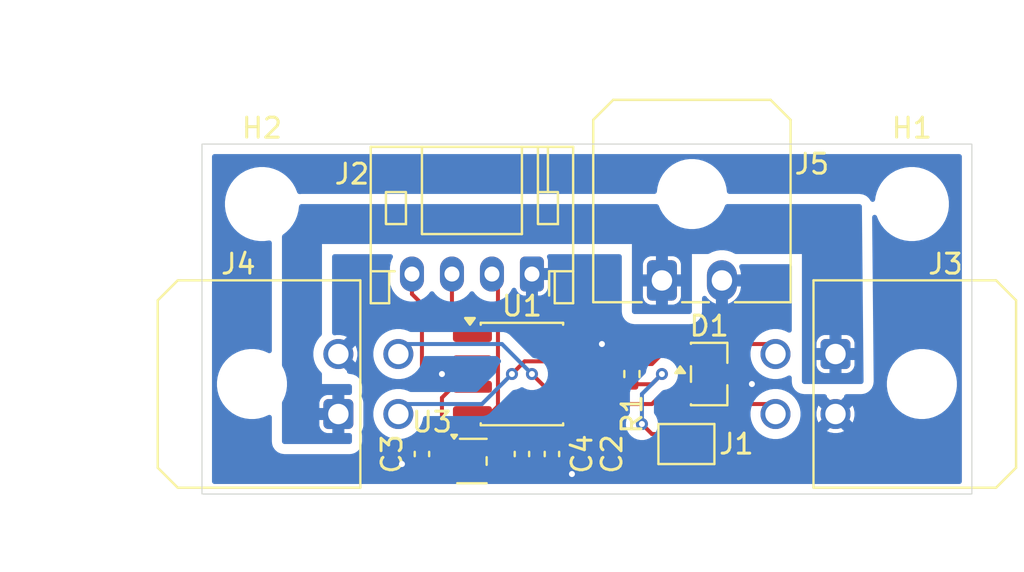
<source format=kicad_pcb>
(kicad_pcb (version 20241229) (generator "pcbnew") (generator_version "9.0")
  (layers (0 "F.Cu" signal) (2 "B.Cu" signal) (13 "F.Paste" user) (15 "B.Paste" user) (5 "F.SilkS" user "F.Silkscreen") (7 "B.SilkS" user "B.Silkscreen") (1 "F.Mask" user) (3 "B.Mask" user) (25 "Edge.Cuts" user))
  (net 0 "")
  (net 1 "GND")
  (net 2 "+5V")
  (net 3 "/CANL")
  (net 4 "/CANH")
  (net 5 "Net-(J1-Pin_1)")
  (net 6 "Net-(J2-Pin_2)")
  (net 7 "+24V")
  (net 8 "+3.3V")
  (net 9 "Net-(J2-Pin_3)")
  (footprint "Capacitor_SMD:C_0402_1005Metric" (layer "F.Cu") (at 145.5 102 -90)
    (property "Reference" "C4" (at 0 -3 270) (layer "F.SilkS"))
    (property "Value" "1uF")
    (fp_line (start -0.107836 0.36) (end 0.107836 0.36) (stroke (width 0.12)) (layer "F.SilkS"))
    (fp_line (start -0.107836 -0.36) (end 0.107836 -0.36) (stroke (width 0.12)) (layer "F.SilkS"))
    (pad "1" smd roundrect (at -0.48 0 270) (size 0.56 0.62) (layers "F.Cu" "F.Mask" "F.Paste") (net 8 "+3.3V"))
    (pad "2" smd roundrect (at 0.48 0 270) (size 0.56 0.62) (layers "F.Cu" "F.Mask" "F.Paste") (net 1 "GND"))
  )
  (footprint "Connector_JST:JST_PH_S4B-PH-K_1x04_P2.00mm_Horizontal" (layer "F.Cu") (at 146 93 180)
    (property "Reference" "J2" (at 9 5 0) (layer "F.SilkS"))
    (property "Value" "Conn_01x04")
    (fp_line (start 8.06 6.36) (end 8.06 -1.46) (stroke (width 0.12)) (layer "F.SilkS"))
    (fp_line (start 8.06 0.14) (end 7.14 0.14) (stroke (width 0.12)) (layer "F.SilkS"))
    (fp_line (start 8.06 -1.46) (end 7.14 -1.46) (stroke (width 0.12)) (layer "F.SilkS"))
    (fp_line (start 7.14 0.14) (end 6.86 0.14) (stroke (width 0.12)) (layer "F.SilkS"))
    (fp_line (start 7.14 -1.46) (end 7.14 0.14) (stroke (width 0.12)) (layer "F.SilkS"))
    (fp_line (start 5.5 2) (end 5.5 6.36) (stroke (width 0.12)) (layer "F.SilkS"))
    (fp_line (start 0.5 6.36) (end 0.5 2) (stroke (width 0.12)) (layer "F.SilkS"))
    (fp_line (start 0.5 2) (end 5.5 2) (stroke (width 0.12)) (layer "F.SilkS"))
    (fp_line (start -0.3 4.1) (end -0.3 6.36) (stroke (width 0.12)) (layer "F.SilkS"))
    (fp_line (start -0.8 4.1) (end -0.8 6.36) (stroke (width 0.12)) (layer "F.SilkS"))
    (fp_line (start -0.86 0.14) (end -0.86 -1.075) (stroke (width 0.12)) (layer "F.SilkS"))
    (fp_line (start -0.86 0.14) (end -1.14 0.14) (stroke (width 0.12)) (layer "F.SilkS"))
    (fp_line (start -1.14 0.14) (end -1.14 -1.46) (stroke (width 0.12)) (layer "F.SilkS"))
    (fp_line (start -1.14 -1.46) (end -2.06 -1.46) (stroke (width 0.12)) (layer "F.SilkS"))
    (fp_line (start -2.06 6.36) (end 8.06 6.36) (stroke (width 0.12)) (layer "F.SilkS"))
    (fp_line (start -2.06 0.14) (end -1.14 0.14) (stroke (width 0.12)) (layer "F.SilkS"))
    (fp_line (start -2.06 -1.46) (end -2.06 6.36) (stroke (width 0.12)) (layer "F.SilkS"))
    (fp_rect (start 6.3 2.5) (end 7.3 4.1) (stroke (width 0.12)) (fill no) (layer "F.SilkS"))
    (fp_rect (start -1.3 2.5) (end -0.3 4.1) (stroke (width 0.12)) (fill no) (layer "F.SilkS"))
    (pad "1" thru_hole roundrect (at 0 0 180) (size 1.2 1.75) (drill 0.75) (layers "*.Cu" "*.Mask") (roundrect_rratio 0.208333) (net 1 "GND"))
    (pad "2" thru_hole oval (at 2 0 180) (size 1.2 1.75) (drill 0.75) (layers "*.Cu" "*.Mask") (net 6 "Net-(J2-Pin_2)"))
    (pad "3" thru_hole oval (at 4 0 180) (size 1.2 1.75) (drill 0.75) (layers "*.Cu" "*.Mask") (net 9 "Net-(J2-Pin_3)"))
    (pad "4" thru_hole oval (at 6 0 180) (size 1.2 1.75) (drill 0.75) (layers "*.Cu" "*.Mask") (net 2 "+5V"))
  )
  (footprint "Jumper:SolderJumper-2_P1.3mm_Open_TrianglePad1.0x1.5mm" (layer "F.Cu") (at 153.725 101.5)
    (property "Reference" "J1" (at 2.5 0 0) (layer "F.SilkS"))
    (property "Value" "Conn_01x02")
    (fp_line (start -1.4 -1) (end 1.4 -1) (stroke (width 0.12)) (layer "F.SilkS"))
    (fp_line (start -1.4 1) (end -1.4 -1) (stroke (width 0.12)) (layer "F.SilkS"))
    (fp_line (start 1.4 -1) (end 1.4 1) (stroke (width 0.12)) (layer "F.SilkS"))
    (fp_line (start 1.4 1) (end -1.4 1) (stroke (width 0.12)) (layer "F.SilkS"))
    (pad "1" smd custom (at -0.725 0) (size 0.3 0.3) (layers "F.Cu" "F.Mask") (net 5 "Net-(J1-Pin_1)") (options (clearance outline) (anchor rect)) (primitives (gr_poly (pts (xy 1 0) (xy 0.5 0.75) (xy -0.5 0.75) (xy -0.5 -0.75) (xy 0.5 -0.75)) (width 0) (fill yes))))
    (pad "2" smd custom (at 0.725 0) (size 0.3 0.3) (layers "F.Cu" "F.Mask") (net 3 "/CANL") (options (clearance outline) (anchor rect)) (primitives (gr_poly (pts (xy 0.5 0.75) (xy -0.65 0.75) (xy -0.15 0) (xy -0.65 -0.75) (xy 0.5 -0.75)) (width 0) (fill yes))))
  )
  (footprint "Package_SO:SOIC-8_3.9x4.9mm_P1.27mm" (layer "F.Cu") (at 145.5 98)
    (property "Reference" "U1" (at 0 -3.4 0) (layer "F.SilkS"))
    (property "Value" "SN65HVD1050D")
    (fp_line (start -2.06 -2.56) (end 2.06 -2.56) (stroke (width 0.12)) (layer "F.SilkS"))
    (fp_line (start -2.06 -2.465) (end -2.06 -2.56) (stroke (width 0.12)) (layer "F.SilkS"))
    (fp_line (start -2.06 2.56) (end -2.06 2.465) (stroke (width 0.12)) (layer "F.SilkS"))
    (fp_line (start 2.06 -2.56) (end 2.06 -2.465) (stroke (width 0.12)) (layer "F.SilkS"))
    (fp_line (start 2.06 2.465) (end 2.06 2.56) (stroke (width 0.12)) (layer "F.SilkS"))
    (fp_line (start 2.06 2.56) (end -2.06 2.56) (stroke (width 0.12)) (layer "F.SilkS"))
    (fp_poly (pts (xy -2.6 -2.47) (xy -2.84 -2.8) (xy -2.36 -2.8)) (stroke (width 0.12)) (fill yes) (layer "F.SilkS"))
    (pad "1" smd roundrect (at -2.475 -1.905) (size 1.95 0.6) (layers "F.Cu" "F.Mask" "F.Paste") (net 9 "Net-(J2-Pin_3)"))
    (pad "2" smd roundrect (at -2.475 -0.635) (size 1.95 0.6) (layers "F.Cu" "F.Mask" "F.Paste") (net 1 "GND"))
    (pad "3" smd roundrect (at -2.475 0.635) (size 1.95 0.6) (layers "F.Cu" "F.Mask" "F.Paste") (net 2 "+5V"))
    (pad "4" smd roundrect (at -2.475 1.905) (size 1.95 0.6) (layers "F.Cu" "F.Mask" "F.Paste") (net 6 "Net-(J2-Pin_2)"))
    (pad "5" smd roundrect (at 2.475 1.905) (size 1.95 0.6) (layers "F.Cu" "F.Mask" "F.Paste"))
    (pad "6" smd roundrect (at 2.475 0.635) (size 1.95 0.6) (layers "F.Cu" "F.Mask" "F.Paste") (net 3 "/CANL"))
    (pad "7" smd roundrect (at 2.475 -0.635) (size 1.95 0.6) (layers "F.Cu" "F.Mask" "F.Paste") (net 4 "/CANH"))
    (pad "8" smd roundrect (at 2.475 -1.905) (size 1.95 0.6) (layers "F.Cu" "F.Mask" "F.Paste") (net 1 "GND"))
  )
  (footprint "MountingHole:MountingHole_3.2mm_M3_ISO7380" (layer "F.Cu") (at 165 89.5)
    (property "Reference" "H1" (at 0 -3.8 0) (layer "F.SilkS"))
    (property "Value" "MountingHole")
    (pad "" np_thru_hole circle (at 0 0) (size 3.2 3.2) (drill 3.2) (layers "*.Cu" "*.Mask"))
  )
  (footprint "MountingHole:MountingHole_3.2mm_M3_ISO7380" (layer "F.Cu") (at 132.5 89.5)
    (property "Reference" "H2" (at 0 -3.8 0) (layer "F.SilkS"))
    (property "Value" "MountingHole")
    (pad "" np_thru_hole circle (at 0 0) (size 3.2 3.2) (drill 3.2) (layers "*.Cu" "*.Mask"))
  )
  (footprint "Package_TO_SOT_SMD:SOT-353_SC-70-5" (layer "F.Cu") (at 143 102.35)
    (property "Reference" "U3" (at -2 -1.95 0) (layer "F.SilkS"))
    (property "Value" "MIC5365-3.3YC5")
    (fp_line (start -0.599252 -1.11) (end 0.735 -1.11) (stroke (width 0.12)) (layer "F.SilkS"))
    (fp_line (start 0.735 -0.19) (end 0.735 0.19) (stroke (width 0.12)) (layer "F.SilkS"))
    (fp_line (start 0.735 1.11) (end -0.735 1.11) (stroke (width 0.12)) (layer "F.SilkS"))
    (fp_poly (pts (xy -0.89 -1.12) (xy -1.03 -1.31) (xy -0.75 -1.31)) (stroke (width 0.12)) (fill yes) (layer "F.SilkS"))
    (pad "1" smd roundrect (at -0.8875 -0.65) (size 1.325 0.4) (layers "F.Cu" "F.Mask" "F.Paste") (net 2 "+5V"))
    (pad "2" smd roundrect (at -0.8875 0) (size 1.325 0.4) (layers "F.Cu" "F.Mask" "F.Paste") (net 1 "GND"))
    (pad "3" smd roundrect (at -0.8875 0.65) (size 1.325 0.4) (layers "F.Cu" "F.Mask" "F.Paste") (net 2 "+5V"))
    (pad "4" smd roundrect (at 0.8875 0.65) (size 1.325 0.4) (layers "F.Cu" "F.Mask" "F.Paste"))
    (pad "5" smd roundrect (at 0.8875 -0.65) (size 1.325 0.4) (layers "F.Cu" "F.Mask" "F.Paste") (net 8 "+3.3V"))
  )
  (footprint "Capacitor_SMD:C_0402_1005Metric" (layer "F.Cu") (at 147 102 -90)
    (property "Reference" "C2" (at 0 -3 90) (layer "F.SilkS"))
    (property "Value" "0.1uF")
    (fp_line (start -0.107836 0.36) (end 0.107836 0.36) (stroke (width 0.12)) (layer "F.SilkS"))
    (fp_line (start -0.107836 -0.36) (end 0.107836 -0.36) (stroke (width 0.12)) (layer "F.SilkS"))
    (pad "1" smd roundrect (at -0.48 0 270) (size 0.56 0.62) (layers "F.Cu" "F.Mask" "F.Paste") (net 8 "+3.3V"))
    (pad "2" smd roundrect (at 0.48 0 270) (size 0.56 0.62) (layers "F.Cu" "F.Mask" "F.Paste") (net 1 "GND"))
  )
  (footprint "Resistor_SMD:R_0402_1005Metric" (layer "F.Cu") (at 151 98 -90)
    (property "Reference" "R1" (at 2 0 270) (layer "F.SilkS"))
    (property "Value" "R")
    (fp_line (start -0.153641 0.38) (end 0.153641 0.38) (stroke (width 0.12)) (layer "F.SilkS"))
    (fp_line (start -0.153641 -0.38) (end 0.153641 -0.38) (stroke (width 0.12)) (layer "F.SilkS"))
    (pad "1" smd roundrect (at -0.51 0 270) (size 0.54 0.64) (layers "F.Cu" "F.Mask" "F.Paste") (net 4 "/CANH"))
    (pad "2" smd roundrect (at 0.51 0 270) (size 0.54 0.64) (layers "F.Cu" "F.Mask" "F.Paste") (net 5 "Net-(J1-Pin_1)"))
  )
  (footprint "Package_TO_SOT_SMD:SOT-23-3" (layer "F.Cu") (at 154.8625 98)
    (property "Reference" "D1" (at 0 -2.4 0) (layer "F.SilkS"))
    (property "Value" "DESD2CAN2SOQ")
    (fp_line (start -0.91 -1.56) (end 0.91 -1.56) (stroke (width 0.12)) (layer "F.SilkS"))
    (fp_line (start -0.91 -1.51) (end -0.91 -1.56) (stroke (width 0.12)) (layer "F.SilkS"))
    (fp_line (start -0.91 0.39) (end -0.91 -0.39) (stroke (width 0.12)) (layer "F.SilkS"))
    (fp_line (start -0.91 1.56) (end -0.91 1.51) (stroke (width 0.12)) (layer "F.SilkS"))
    (fp_line (start 0.91 -1.56) (end 0.91 -0.56) (stroke (width 0.12)) (layer "F.SilkS"))
    (fp_line (start 0.91 0.56) (end 0.91 1.56) (stroke (width 0.12)) (layer "F.SilkS"))
    (fp_line (start 0.91 1.56) (end -0.91 1.56) (stroke (width 0.12)) (layer "F.SilkS"))
    (fp_poly (pts (xy -1.45 -0.38) (xy -1.21 -0.05) (xy -1.69 -0.05)) (stroke (width 0.12)) (fill yes) (layer "F.SilkS"))
    (pad "1" smd roundrect (at -1.1375 -0.95) (size 1.325 0.6) (layers "F.Cu" "F.Mask" "F.Paste") (net 4 "/CANH"))
    (pad "2" smd roundrect (at -1.1375 0.95) (size 1.325 0.6) (layers "F.Cu" "F.Mask" "F.Paste") (net 3 "/CANL"))
    (pad "3" smd roundrect (at 1.1375 0) (size 1.325 0.6) (layers "F.Cu" "F.Mask" "F.Paste") (net 1 "GND"))
  )
  (footprint "Connector_Molex:Molex_Micro-Fit_3.0_43650-0200_1x02_P3.00mm_Horizontal" (layer "F.Cu") (at 152.5 93.32)
    (property "Reference" "J5" (at 7.5 -5.82 0) (layer "F.SilkS"))
    (property "Value" "Conn_01x02")
    (fp_line (start -3.435 -8.03) (end -2.435 -9.03) (stroke (width 0.12)) (layer "F.SilkS"))
    (fp_line (start -3.435 1.09) (end -3.435 -8.03) (stroke (width 0.12)) (layer "F.SilkS"))
    (fp_line (start -3.435 1.09) (end -1.01 1.09) (stroke (width 0.12)) (layer "F.SilkS"))
    (fp_line (start -2.435 -9.03) (end 5.435 -9.03) (stroke (width 0.12)) (layer "F.SilkS"))
    (fp_line (start 1.01 1.09) (end 2.348233 1.09) (stroke (width 0.12)) (layer "F.SilkS"))
    (fp_line (start 5.435 -9.03) (end 6.435 -8.03) (stroke (width 0.12)) (layer "F.SilkS"))
    (fp_line (start 6.435 -8.03) (end 6.435 1.09) (stroke (width 0.12)) (layer "F.SilkS"))
    (fp_line (start 6.435 1.09) (end 3.651767 1.09) (stroke (width 0.12)) (layer "F.SilkS"))
    (pad "" np_thru_hole circle (at 1.5 -4.32) (size 3 3) (drill 3) (layers "*.Cu" "*.Mask"))
    (pad "1" thru_hole roundrect (at 0 0) (size 1.5 2.02) (drill 1.02) (layers "*.Cu" "*.Mask") (roundrect_rratio 0.166667) (net 7 "+24V"))
    (pad "2" thru_hole oval (at 3 0) (size 1.5 2.02) (drill 1.02) (layers "*.Cu" "*.Mask") (net 1 "GND"))
  )
  (footprint "Connector_Molex:Molex_Micro-Fit_3.0_43045-0400_2x02_P3.00mm_Horizontal" (layer "F.Cu") (at 161.18 97 -90)
    (property "Reference" "J3" (at -4.5 -5.5 180) (layer "F.SilkS"))
    (property "Value" "Conn_02x02_Odd_Even")
    (fp_line (start -3.685 1.1) (end -3.685 -8.03) (stroke (width 0.12)) (layer "F.SilkS"))
    (fp_line (start 6.685 1.1) (end -3.685 1.1) (stroke (width 0.12)) (layer "F.SilkS"))
    (fp_line (start -3.685 -8.03) (end -2.685 -9.03) (stroke (width 0.12)) (layer "F.SilkS"))
    (fp_line (start 6.685 -8.03) (end 6.685 1.1) (stroke (width 0.12)) (layer "F.SilkS"))
    (fp_line (start -2.685 -9.03) (end 5.685 -9.03) (stroke (width 0.12)) (layer "F.SilkS"))
    (fp_line (start 5.685 -9.03) (end 6.685 -8.03) (stroke (width 0.12)) (layer "F.SilkS"))
    (pad "" np_thru_hole circle (at 1.5 -4.32 270) (size 3 3) (drill 3) (layers "*.Cu" "*.Mask"))
    (pad "1" thru_hole roundrect (at 0 0 270) (size 1.5 1.5) (drill 1.02) (layers "*.Cu" "*.Mask") (roundrect_rratio 0.166667) (net 7 "+24V"))
    (pad "2" thru_hole circle (at 3 0 270) (size 1.5 1.5) (drill 1.02) (layers "*.Cu" "*.Mask") (net 1 "GND"))
    (pad "3" thru_hole circle (at 0 3 270) (size 1.5 1.5) (drill 1.02) (layers "*.Cu" "*.Mask") (net 4 "/CANH"))
    (pad "4" thru_hole circle (at 3 3 270) (size 1.5 1.5) (drill 1.02) (layers "*.Cu" "*.Mask") (net 3 "/CANL"))
  )
  (footprint "Capacitor_SMD:C_0402_1005Metric" (layer "F.Cu") (at 140.5 102 -90)
    (property "Reference" "C3" (at 0 1.5 90) (layer "F.SilkS"))
    (property "Value" "1uF")
    (fp_line (start -0.107836 0.36) (end 0.107836 0.36) (stroke (width 0.12)) (layer "F.SilkS"))
    (fp_line (start -0.107836 -0.36) (end 0.107836 -0.36) (stroke (width 0.12)) (layer "F.SilkS"))
    (pad "1" smd roundrect (at -0.48 0 270) (size 0.56 0.62) (layers "F.Cu" "F.Mask" "F.Paste") (net 2 "+5V"))
    (pad "2" smd roundrect (at 0.48 0 270) (size 0.56 0.62) (layers "F.Cu" "F.Mask" "F.Paste") (net 1 "GND"))
  )
  (footprint "Connector_Molex:Molex_Micro-Fit_3.0_43045-0400_2x02_P3.00mm_Horizontal" (layer "F.Cu") (at 136.32 100 90)
    (property "Reference" "J4" (at 7.5 -5 180) (layer "F.SilkS"))
    (property "Value" "Conn_02x02_Odd_Even")
    (fp_line (start 5.685 -9.03) (end 6.685 -8.03) (stroke (width 0.12)) (layer "F.SilkS"))
    (fp_line (start -2.685 -9.03) (end 5.685 -9.03) (stroke (width 0.12)) (layer "F.SilkS"))
    (fp_line (start 6.685 -8.03) (end 6.685 1.1) (stroke (width 0.12)) (layer "F.SilkS"))
    (fp_line (start -3.685 -8.03) (end -2.685 -9.03) (stroke (width 0.12)) (layer "F.SilkS"))
    (fp_line (start 6.685 1.1) (end -3.685 1.1) (stroke (width 0.12)) (layer "F.SilkS"))
    (fp_line (start -3.685 1.1) (end -3.685 -8.03) (stroke (width 0.12)) (layer "F.SilkS"))
    (pad "" np_thru_hole circle (at 1.5 -4.32 90) (size 3 3) (drill 3) (layers "*.Cu" "*.Mask"))
    (pad "1" thru_hole roundrect (at 0 0 90) (size 1.5 1.5) (drill 1.02) (layers "*.Cu" "*.Mask") (roundrect_rratio 0.166667) (net 7 "+24V"))
    (pad "2" thru_hole circle (at 3 0 90) (size 1.5 1.5) (drill 1.02) (layers "*.Cu" "*.Mask") (net 1 "GND"))
    (pad "3" thru_hole circle (at 0 3 90) (size 1.5 1.5) (drill 1.02) (layers "*.Cu" "*.Mask") (net 4 "/CANH"))
    (pad "4" thru_hole circle (at 3 3 90) (size 1.5 1.5) (drill 1.02) (layers "*.Cu" "*.Mask") (net 3 "/CANL"))
  )
  (gr_rect (start 129.5 86.5) (end 168 104) (stroke (width 0.05)) (fill no) (layer "Edge.Cuts"))
  (segment (start 147 102.48) (end 147.48 102.48) (width 0.2) (layer "F.Cu") (net 1))
  (segment (start 142.1125 102.35) (end 141.450001 102.35) (width 0.2) (layer "F.Cu") (net 1))
  (segment (start 142.135 97.365) (end 141.5 98) (width 0.2) (layer "F.Cu") (net 1))
  (segment (start 147.975 96.095) (end 149.095 96.095) (width 0.2) (layer "F.Cu") (net 1))
  (segment (start 149.095 96.095) (end 149.5 96.5) (width 0.2) (layer "F.Cu") (net 1))
  (segment (start 147.48 102.48) (end 148 103) (width 0.2) (layer "F.Cu") (net 1))
  (segment (start 156.5 98) (end 157 98.5) (width 0.2) (layer "F.Cu") (net 1))
  (segment (start 139.52 102.48) (end 139.5 102.5) (width 0.2) (layer "F.Cu") (net 1))
  (segment (start 140.5 102.48) (end 139.52 102.48) (width 0.2) (layer "F.Cu") (net 1))
  (segment (start 143.025 97.365) (end 142.135 97.365) (width 0.2) (layer "F.Cu") (net 1))
  (segment (start 142.1125 102.35) (end 140.63 102.35) (width 0.2) (layer "F.Cu") (net 1))
  (segment (start 145.5 102.48) (end 147 102.48) (width 0.2) (layer "F.Cu") (net 1))
  (segment (start 140.63 102.35) (end 140.5 102.48) (width 0.2) (layer "F.Cu") (net 1))
  (segment (start 156 98) (end 156.5 98) (width 0.2) (layer "F.Cu") (net 1))
  (via (at 157 98.5) (size 0.6) (drill 0.3) (layers "F.Cu" "B.Cu") (net 1))
  (via (at 139.5 102.5) (size 0.6) (drill 0.3) (layers "F.Cu" "B.Cu") (net 1))
  (via (at 148 103) (size 0.6) (drill 0.3) (layers "F.Cu" "B.Cu") (net 1))
  (via (at 149.5 96.5) (size 0.6) (drill 0.3) (layers "F.Cu" "B.Cu") (net 1))
  (via (at 141.5 98) (size 0.6) (drill 0.3) (layers "F.Cu" "B.Cu") (net 1))
  (segment (start 142.050001 98.635) (end 141.5 99.185001) (width 0.2) (layer "F.Cu") (net 2))
  (segment (start 140.5 98) (end 141.135 98.635) (width 0.2) (layer "F.Cu") (net 2))
  (segment (start 139.630057 101.52) (end 138.899 102.251057) (width 0.2) (layer "F.Cu") (net 2))
  (segment (start 140.68 101.7) (end 140.5 101.52) (width 0.2) (layer "F.Cu") (net 2))
  (segment (start 141.7135 103.399) (end 142.1125 103) (width 0.2) (layer "F.Cu") (net 2))
  (segment (start 140 93) (end 140 94) (width 0.2) (layer "F.Cu") (net 2))
  (segment (start 141.5 101.0875) (end 142.1125 101.7) (width 0.2) (layer "F.Cu") (net 2))
  (segment (start 138.899 102.251057) (end 138.899 102.899) (width 0.2) (layer "F.Cu") (net 2))
  (segment (start 141.5 99.185001) (end 141.5 101.0875) (width 0.2) (layer "F.Cu") (net 2))
  (segment (start 143.025 98.635) (end 142.050001 98.635) (width 0.2) (layer "F.Cu") (net 2))
  (segment (start 139.399 103.399) (end 141.7135 103.399) (width 0.2) (layer "F.Cu") (net 2))
  (segment (start 140 94) (end 140.5 94.5) (width 0.2) (layer "F.Cu") (net 2))
  (segment (start 140.5 94.5) (end 140.5 98) (width 0.2) (layer "F.Cu") (net 2))
  (segment (start 138.899 102.899) (end 139.399 103.399) (width 0.2) (layer "F.Cu") (net 2))
  (segment (start 141.135 98.635) (end 143.025 98.635) (width 0.2) (layer "F.Cu") (net 2))
  (segment (start 142.1125 101.7) (end 140.68 101.7) (width 0.2) (layer "F.Cu") (net 2))
  (segment (start 140.5 101.52) (end 139.630057 101.52) (width 0.2) (layer "F.Cu") (net 2))
  (segment (start 152.55 98.95) (end 153.725 98.95) (width 0.2) (layer "F.Cu") (net 3))
  (segment (start 153.725 98.95) (end 154.45 99.675) (width 0.2) (layer "F.Cu") (net 3))
  (segment (start 153.725 98.95) (end 155.45 98.95) (width 0.2) (layer "F.Cu") (net 3))
  (segment (start 155.45 98.95) (end 156 99.5) (width 0.2) (layer "F.Cu") (net 3))
  (segment (start 148.11 98.5) (end 149.52483 98.5) (width 0.2) (layer "F.Cu") (net 3))
  (segment (start 146 98) (end 146.635 98.635) (width 0.2) (layer "F.Cu") (net 3))
  (segment (start 150.52483 99.5) (end 152 99.5) (width 0.2) (layer "F.Cu") (net 3))
  (segment (start 154.45 99.675) (end 154.45 101.5) (width 0.2) (layer "F.Cu") (net 3))
  (segment (start 146.635 98.635) (end 147.975 98.635) (width 0.2) (layer "F.Cu") (net 3))
  (segment (start 147.975 98.635) (end 148.11 98.5) (width 0.2) (layer "F.Cu") (net 3))
  (segment (start 149.52483 98.5) (end 150.52483 99.5) (width 0.2) (layer "F.Cu") (net 3))
  (segment (start 152 99.5) (end 152.55 98.95) (width 0.2) (layer "F.Cu") (net 3))
  (segment (start 156 99.5) (end 158 99.5) (width 0.2) (layer "F.Cu") (net 3))
  (via (at 146 98) (size 0.6) (drill 0.3) (layers "F.Cu" "B.Cu") (net 3))
  (segment (start 146 98) (end 144.5 96.5) (width 0.2) (layer "B.Cu") (net 3))
  (segment (start 144.5 96.5) (end 139 96.5) (width 0.2) (layer "B.Cu") (net 3))
  (segment (start 153.725 97.05) (end 155.45 97.05) (width 0.2) (layer "F.Cu") (net 4))
  (segment (start 150.99 97.5) (end 151 97.49) (width 0.2) (layer "F.Cu") (net 4))
  (segment (start 153.725 97.05) (end 152.45 97.05) (width 0.2) (layer "F.Cu") (net 4))
  (segment (start 147.975 97.365) (end 148.11 97.5) (width 0.2) (layer "F.Cu") (net 4))
  (segment (start 145 98) (end 145.635 97.365) (width 0.2) (layer "F.Cu") (net 4))
  (segment (start 152 97.5) (end 151.01 97.5) (width 0.2) (layer "F.Cu") (net 4))
  (segment (start 156 96.5) (end 158 96.5) (width 0.2) (layer "F.Cu") (net 4))
  (segment (start 152.45 97.05) (end 152 97.5) (width 0.2) (layer "F.Cu") (net 4))
  (segment (start 151.01 97.5) (end 151 97.49) (width 0.2) (layer "F.Cu") (net 4))
  (segment (start 148.11 97.5) (end 150.99 97.5) (width 0.2) (layer "F.Cu") (net 4))
  (segment (start 145.635 97.365) (end 147.975 97.365) (width 0.2) (layer "F.Cu") (net 4))
  (segment (start 155.45 97.05) (end 156 96.5) (width 0.2) (layer "F.Cu") (net 4))
  (via (at 145 98) (size 0.6) (drill 0.3) (layers "F.Cu" "B.Cu") (net 4))
  (segment (start 143.5 99.5) (end 139 99.5) (width 0.2) (layer "B.Cu") (net 4))
  (segment (start 145 98) (end 143.5 99.5) (width 0.2) (layer "B.Cu") (net 4))
  (segment (start 152.5 101) (end 153 101.5) (width 0.2) (layer "F.Cu") (net 5))
  (segment (start 151.5 100.5) (end 152 101) (width 0.2) (layer "F.Cu") (net 5))
  (segment (start 152 101) (end 152.5 101) (width 0.2) (layer "F.Cu") (net 5))
  (segment (start 152.5 98) (end 151.99 98.51) (width 0.2) (layer "F.Cu") (net 5))
  (segment (start 151.99 98.51) (end 151 98.51) (width 0.2) (layer "F.Cu") (net 5))
  (via (at 152.5 98) (size 0.6) (drill 0.3) (layers "F.Cu" "B.Cu") (net 5))
  (via (at 151.5 100.5) (size 0.6) (drill 0.3) (layers "F.Cu" "B.Cu") (net 5))
  (segment (start 151.5 99) (end 151.5 100.5) (width 0.2) (layer "B.Cu") (net 5))
  (segment (start 152.5 98) (end 151.5 99) (width 0.2) (layer "B.Cu") (net 5))
  (segment (start 144.301 99.603999) (end 143.999999 99.905) (width 0.2) (layer "F.Cu") (net 6))
  (segment (start 144.301 93.301) (end 144.301 99.603999) (width 0.2) (layer "F.Cu") (net 6))
  (segment (start 144 93) (end 144.301 93.301) (width 0.2) (layer "F.Cu") (net 6))
  (segment (start 143.999999 99.905) (end 143.025 99.905) (width 0.2) (layer "F.Cu") (net 6))
  (segment (start 145.32 101.7) (end 145.5 101.52) (width 0.2) (layer "F.Cu") (net 8))
  (segment (start 143.8875 101.7) (end 145.32 101.7) (width 0.2) (layer "F.Cu") (net 8))
  (segment (start 145.5 101.52) (end 147 101.52) (width 0.2) (layer "F.Cu") (net 8))
  (segment (start 142 95.07) (end 143.025 96.095) (width 0.2) (layer "F.Cu") (net 9))
  (segment (start 142 93) (end 142 95.07) (width 0.2) (layer "F.Cu") (net 9))
  (zone (net 7) (net_name "+24V") (layer "B.Cu") (priority 1) (connect_pads (clearance 0.5)) (min_thickness 0.25) (fill yes (thermal_gap 0.2) (thermal_bridge_width 0.6))
    (polygon (pts (xy 133.5 101.5) (xy 137 101.5) (xy 137 98.5) (xy 135.5 98.5) (xy 135.5 91.5) (xy 151 91.5) (xy 151 95) (xy 154 95) (xy 154 92) (xy 159.5 92) (xy 159.5 98.5) (xy 162.585 98.5) (xy 162.5 89.5) (xy 133.5 89.5)))
  )
  (zone (net 1) (net_name "GND") (layer "B.Cu") (connect_pads (clearance 0.5)) (min_thickness 0.25) (fill yes (thermal_gap 0.2) (thermal_bridge_width 0.6))
    (polygon (pts (xy 129.5 86.5) (xy 168 86.5) (xy 168 104) (xy 129.5 104)))
  )
)
</source>
